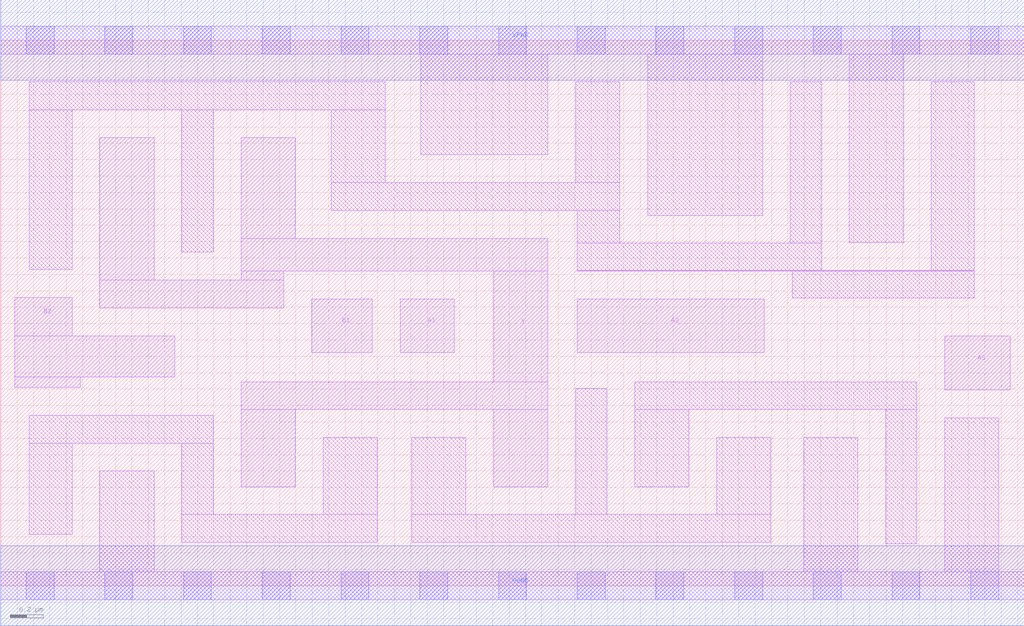
<source format=lef>
# Copyright 2020 The SkyWater PDK Authors
#
# Licensed under the Apache License, Version 2.0 (the "License");
# you may not use this file except in compliance with the License.
# You may obtain a copy of the License at
#
#     https://www.apache.org/licenses/LICENSE-2.0
#
# Unless required by applicable law or agreed to in writing, software
# distributed under the License is distributed on an "AS IS" BASIS,
# WITHOUT WARRANTIES OR CONDITIONS OF ANY KIND, either express or implied.
# See the License for the specific language governing permissions and
# limitations under the License.
#
# SPDX-License-Identifier: Apache-2.0

VERSION 5.7 ;
  NAMESCASESENSITIVE ON ;
  NOWIREEXTENSIONATPIN ON ;
  DIVIDERCHAR "/" ;
  BUSBITCHARS "[]" ;
UNITS
  DATABASE MICRONS 200 ;
END UNITS
MACRO sky130_fd_sc_lp__a32oi_2
  CLASS CORE ;
  SOURCE USER ;
  FOREIGN sky130_fd_sc_lp__a32oi_2 ;
  ORIGIN  0.000000  0.000000 ;
  SIZE  6.240000 BY  3.330000 ;
  SYMMETRY X Y R90 ;
  SITE unit ;
  PIN A1
    ANTENNAGATEAREA  0.630000 ;
    DIRECTION INPUT ;
    USE SIGNAL ;
    PORT
      LAYER li1 ;
        RECT 2.435000 1.425000 2.765000 1.750000 ;
    END
  END A1
  PIN A2
    ANTENNAGATEAREA  0.630000 ;
    DIRECTION INPUT ;
    USE SIGNAL ;
    PORT
      LAYER li1 ;
        RECT 3.515000 1.425000 4.655000 1.750000 ;
    END
  END A2
  PIN A3
    ANTENNAGATEAREA  0.630000 ;
    DIRECTION INPUT ;
    USE SIGNAL ;
    PORT
      LAYER li1 ;
        RECT 5.755000 1.195000 6.155000 1.525000 ;
    END
  END A3
  PIN B1
    ANTENNAGATEAREA  0.630000 ;
    DIRECTION INPUT ;
    USE SIGNAL ;
    PORT
      LAYER li1 ;
        RECT 1.895000 1.425000 2.265000 1.750000 ;
    END
  END B1
  PIN B2
    ANTENNAGATEAREA  0.630000 ;
    DIRECTION INPUT ;
    USE SIGNAL ;
    PORT
      LAYER li1 ;
        RECT 0.085000 1.210000 0.485000 1.275000 ;
        RECT 0.085000 1.275000 1.060000 1.525000 ;
        RECT 0.085000 1.525000 0.435000 1.760000 ;
    END
  END B2
  PIN Y
    ANTENNADIFFAREA  1.176000 ;
    DIRECTION OUTPUT ;
    USE SIGNAL ;
    PORT
      LAYER li1 ;
        RECT 0.605000 1.695000 1.725000 1.865000 ;
        RECT 0.605000 1.865000 0.935000 2.735000 ;
        RECT 1.465000 0.605000 1.795000 1.075000 ;
        RECT 1.465000 1.075000 3.335000 1.245000 ;
        RECT 1.465000 1.865000 1.725000 1.920000 ;
        RECT 1.465000 1.920000 3.335000 2.120000 ;
        RECT 1.465000 2.120000 1.795000 2.735000 ;
        RECT 3.005000 0.605000 3.335000 1.075000 ;
        RECT 3.005000 1.245000 3.335000 1.920000 ;
    END
  END Y
  PIN VGND
    DIRECTION INOUT ;
    USE GROUND ;
    PORT
      LAYER met1 ;
        RECT 0.000000 -0.245000 6.240000 0.245000 ;
    END
  END VGND
  PIN VPWR
    DIRECTION INOUT ;
    USE POWER ;
    PORT
      LAYER met1 ;
        RECT 0.000000 3.085000 6.240000 3.575000 ;
    END
  END VPWR
  OBS
    LAYER li1 ;
      RECT 0.000000 -0.085000 6.240000 0.085000 ;
      RECT 0.000000  3.245000 6.240000 3.415000 ;
      RECT 0.175000  0.315000 0.435000 0.870000 ;
      RECT 0.175000  0.870000 1.295000 1.040000 ;
      RECT 0.175000  1.930000 0.435000 2.905000 ;
      RECT 0.175000  2.905000 2.345000 3.075000 ;
      RECT 0.605000  0.085000 0.935000 0.700000 ;
      RECT 1.105000  0.265000 2.295000 0.435000 ;
      RECT 1.105000  0.435000 1.295000 0.870000 ;
      RECT 1.105000  2.035000 1.295000 2.905000 ;
      RECT 1.965000  0.435000 2.295000 0.905000 ;
      RECT 2.015000  2.290000 3.775000 2.460000 ;
      RECT 2.015000  2.460000 2.345000 2.905000 ;
      RECT 2.505000  0.265000 4.695000 0.435000 ;
      RECT 2.505000  0.435000 2.835000 0.905000 ;
      RECT 2.560000  2.630000 3.335000 3.245000 ;
      RECT 3.505000  0.435000 3.695000 1.205000 ;
      RECT 3.505000  2.460000 3.775000 3.075000 ;
      RECT 3.515000  1.920000 5.935000 1.925000 ;
      RECT 3.515000  1.925000 5.005000 2.090000 ;
      RECT 3.515000  2.090000 3.775000 2.290000 ;
      RECT 3.865000  0.605000 4.195000 1.075000 ;
      RECT 3.865000  1.075000 5.585000 1.245000 ;
      RECT 3.945000  2.260000 4.645000 3.245000 ;
      RECT 4.365000  0.435000 4.695000 0.905000 ;
      RECT 4.815000  2.090000 5.005000 3.075000 ;
      RECT 4.825000  1.755000 5.935000 1.920000 ;
      RECT 4.895000  0.085000 5.225000 0.905000 ;
      RECT 5.175000  2.095000 5.505000 3.245000 ;
      RECT 5.395000  0.255000 5.585000 1.075000 ;
      RECT 5.675000  1.925000 5.935000 3.075000 ;
      RECT 5.755000  0.085000 6.085000 1.025000 ;
    LAYER mcon ;
      RECT 0.155000 -0.085000 0.325000 0.085000 ;
      RECT 0.155000  3.245000 0.325000 3.415000 ;
      RECT 0.635000 -0.085000 0.805000 0.085000 ;
      RECT 0.635000  3.245000 0.805000 3.415000 ;
      RECT 1.115000 -0.085000 1.285000 0.085000 ;
      RECT 1.115000  3.245000 1.285000 3.415000 ;
      RECT 1.595000 -0.085000 1.765000 0.085000 ;
      RECT 1.595000  3.245000 1.765000 3.415000 ;
      RECT 2.075000 -0.085000 2.245000 0.085000 ;
      RECT 2.075000  3.245000 2.245000 3.415000 ;
      RECT 2.555000 -0.085000 2.725000 0.085000 ;
      RECT 2.555000  3.245000 2.725000 3.415000 ;
      RECT 3.035000 -0.085000 3.205000 0.085000 ;
      RECT 3.035000  3.245000 3.205000 3.415000 ;
      RECT 3.515000 -0.085000 3.685000 0.085000 ;
      RECT 3.515000  3.245000 3.685000 3.415000 ;
      RECT 3.995000 -0.085000 4.165000 0.085000 ;
      RECT 3.995000  3.245000 4.165000 3.415000 ;
      RECT 4.475000 -0.085000 4.645000 0.085000 ;
      RECT 4.475000  3.245000 4.645000 3.415000 ;
      RECT 4.955000 -0.085000 5.125000 0.085000 ;
      RECT 4.955000  3.245000 5.125000 3.415000 ;
      RECT 5.435000 -0.085000 5.605000 0.085000 ;
      RECT 5.435000  3.245000 5.605000 3.415000 ;
      RECT 5.915000 -0.085000 6.085000 0.085000 ;
      RECT 5.915000  3.245000 6.085000 3.415000 ;
  END
END sky130_fd_sc_lp__a32oi_2
END LIBRARY

</source>
